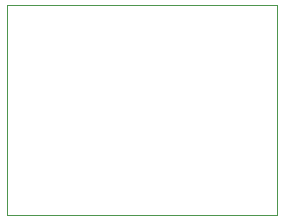
<source format=gbr>
G04 #@! TF.GenerationSoftware,KiCad,Pcbnew,(5.1.2)-2*
G04 #@! TF.CreationDate,2019-08-09T21:51:25-03:00*
G04 #@! TF.ProjectId,Minicurso IEEE,4d696e69-6375-4727-936f-20494545452e,rev?*
G04 #@! TF.SameCoordinates,Original*
G04 #@! TF.FileFunction,Legend,Bot*
G04 #@! TF.FilePolarity,Positive*
%FSLAX46Y46*%
G04 Gerber Fmt 4.6, Leading zero omitted, Abs format (unit mm)*
G04 Created by KiCad (PCBNEW (5.1.2)-2) date 2019-08-09 21:51:25*
%MOMM*%
%LPD*%
G04 APERTURE LIST*
%ADD10C,0.050000*%
G04 APERTURE END LIST*
D10*
X53340000Y-114300000D02*
X53340000Y-96520000D01*
X76200000Y-114300000D02*
X53340000Y-114300000D01*
X76200000Y-96520000D02*
X76200000Y-114300000D01*
X53340000Y-96520000D02*
X76200000Y-96520000D01*
M02*

</source>
